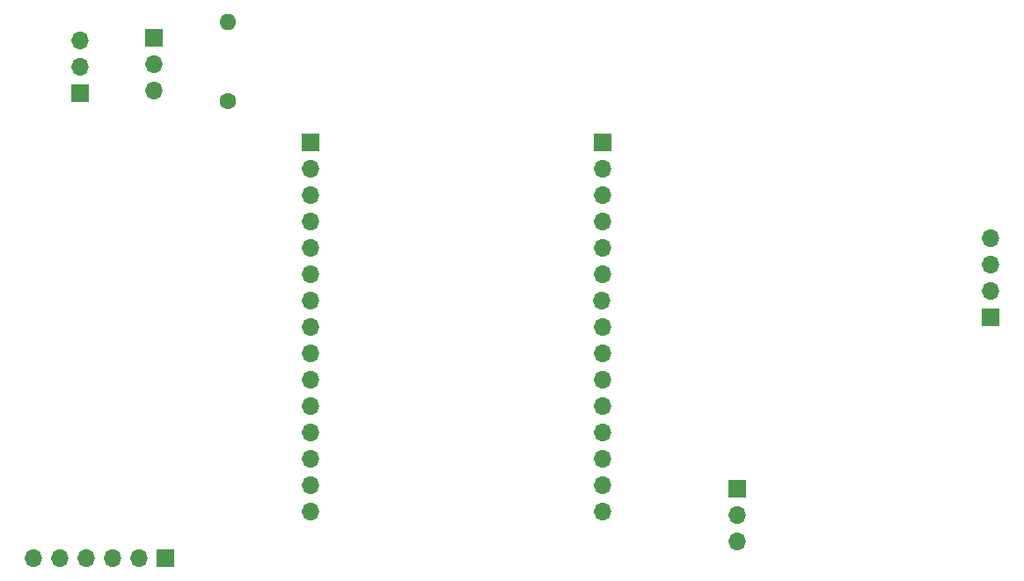
<source format=gbr>
G04 #@! TF.GenerationSoftware,KiCad,Pcbnew,(5.1.2)-2*
G04 #@! TF.CreationDate,2019-07-02T12:48:51+07:00*
G04 #@! TF.ProjectId,weather,77656174-6865-4722-9e6b-696361645f70,rev?*
G04 #@! TF.SameCoordinates,Original*
G04 #@! TF.FileFunction,Copper,L1,Top*
G04 #@! TF.FilePolarity,Positive*
%FSLAX46Y46*%
G04 Gerber Fmt 4.6, Leading zero omitted, Abs format (unit mm)*
G04 Created by KiCad (PCBNEW (5.1.2)-2) date 2019-07-02 12:48:51*
%MOMM*%
%LPD*%
G04 APERTURE LIST*
%ADD10O,1.700000X1.700000*%
%ADD11R,1.700000X1.700000*%
%ADD12O,1.600000X1.600000*%
%ADD13C,1.600000*%
G04 APERTURE END LIST*
D10*
X165354000Y-82296000D03*
X165354000Y-84836000D03*
X165354000Y-87376000D03*
D11*
X165354000Y-89916000D03*
D10*
X73202000Y-113127048D03*
X75742000Y-113127048D03*
X78282000Y-113127048D03*
X80822000Y-113127048D03*
X83362000Y-113127048D03*
D11*
X85902000Y-113127048D03*
D12*
X91948000Y-61468000D03*
D13*
X91948000Y-69088000D03*
D10*
X127979001Y-85739001D03*
X127979001Y-75579001D03*
X127979001Y-90819001D03*
X127979001Y-93359001D03*
X127979001Y-78119001D03*
X127979001Y-108599001D03*
X127979001Y-106059001D03*
X127979001Y-98439001D03*
X127979001Y-103519001D03*
X127979001Y-100979001D03*
X127979001Y-95899001D03*
X127919001Y-88299001D03*
X127979001Y-83199001D03*
X127979001Y-80659001D03*
D11*
X127979001Y-73039001D03*
D10*
X99919001Y-108619001D03*
X99919001Y-106079001D03*
X99919001Y-103539001D03*
X99919001Y-100999001D03*
X99919001Y-98459001D03*
X99919001Y-95919001D03*
X99919001Y-93379001D03*
X99919001Y-90839001D03*
X99919001Y-88299001D03*
X99919001Y-85759001D03*
X99919001Y-83219001D03*
X99919001Y-80679001D03*
X99919001Y-78139001D03*
X99919001Y-75599001D03*
D11*
X99919001Y-73059001D03*
D10*
X140970000Y-111506000D03*
X140970000Y-108966000D03*
D11*
X140970000Y-106426000D03*
D10*
X77724000Y-63246000D03*
X77724000Y-65786000D03*
D11*
X77724000Y-68326000D03*
X84836000Y-62992000D03*
D10*
X84836000Y-65532000D03*
X84836000Y-68072000D03*
M02*

</source>
